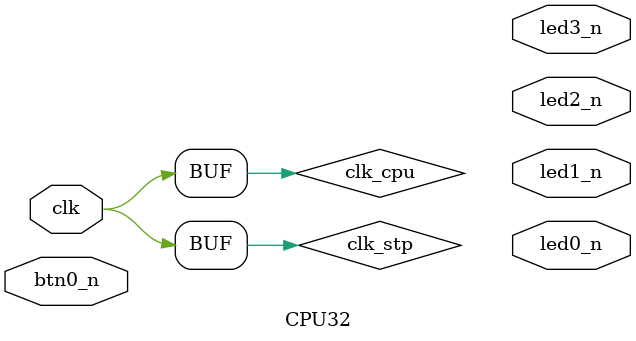
<source format=v>
/*
 
  CPU32.v
  
  The top level module.
  
 */

`include "src/defines.v"

module CPU32 (
  input   clk,
  input   btn0_n,
  output  [7:0] led0_n,
  output  [7:0] led1_n,
  output  [7:0] led2_n,
  output  [7:0] led3_n
);

  // reset signal
  wire reset;
  chattering_canceler chattering_canceler0(
    .clk(clk), 
    .dat_in_n(btn0_n), 
    .dat_out(reset)
  );

  // cpu clock prescaling
  wire clk_cpu, clk_stp;
  assign clk_cpu = clk, clk_stp = clk;
  /*
  clock_prescaler clock_prescaler0(
    .clk(clk), 
    .reset(reset), 
    .clk_cpu(clk_cpu),
    .clk_stp(clk_stp)
  );
  */
  
  // instruction rom
  wire [31:0] inst;
  wire [31:0] pc;
  rom rom0(
    .clk_cpu(clk_cpu), 
    .reset(reset), 
    .adrs(pc), 
    .dat_out(inst)
  );
  
  // CPU
  CPU CPU0(
    .clk_cpu(clk_cpu),
    .reset(reset),
    .inst(inst),
    .pc(pc)
  );
  
  // LED display (pc and inst)
  /*
  led_decoder led_decoder3(pc, clk_cpu, 1'b1, led3_n);
  led_decoder led_decoder2(4'b0000, 1'b0, 1'b0, led2_n);
  led_decoder led_decoder1(inst[7:4], 1'b0, 1'b1, led1_n);
  led_decoder led_decoder0(inst[31:0], 1'b0, 1'b1, led0_n);
  */
  
endmodule
</source>
